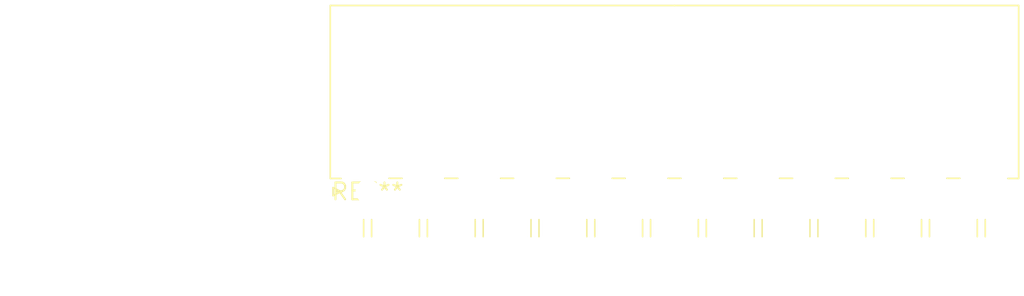
<source format=kicad_pcb>
(kicad_pcb (version 20240108) (generator pcbnew)
  (layers (0 "F.Cu" signal) (31 "B.Cu" signal) (34 "B.Paste" user) (35 "F.Paste" user) (36 "B.SilkS" user "B.Silkscreen") (37 "F.SilkS" user "F.Silkscreen") (38 "B.Mask" user) (39 "F.Mask" user) (44 "Edge.Cuts" user))
  (net 0 "")
  (footprint "Molex_Mini-Fit_Jr_5569-24A2_2x12_P4.20mm_Horizontal" (layer "F.Cu") (at 0 0)
    (property "Reference" "REF**")
    (property "Value" "Molex_Mini-Fit_Jr_5569-24A2_2x12_P4.20mm_Horizontal")
    (fp_line (start -2.81 -14.01) (end 23.1 -14.01) (layer "F.SilkS") (stroke (width 0.12)))
    (fp_line (start -2.81 -0.99) (end -2.81 -14.01) (layer "F.SilkS") (stroke (width 0.12)))
    (fp_line (start -2.6 -0.3) (end -2 0) (layer "F.SilkS") (stroke (width 0.12)))
    (fp_line (start -2.6 0.3) (end -2.6 -0.3) (layer "F.SilkS") (stroke (width 0.12)))
    (fp_line (start -2 -0.99) (end -2.81 -0.99) (layer "F.SilkS") (stroke (width 0.12)))
    (fp_line (start -2 0) (end -2.6 0.3) (layer "F.SilkS") (stroke (width 0.12)))
    (fp_line (start -0.3 2.11) (end -0.3 3.39) (layer "F.SilkS") (stroke (width 0.12)))
    (fp_line (start 0.3 2.11) (end 0.3 3.39) (layer "F.SilkS") (stroke (width 0.12)))
    (fp_line (start 1.61 -1) (end 2.59 -1) (layer "F.SilkS") (stroke (width 0.12)))
    (fp_line (start 3.9 2.11) (end 3.9 3.39) (layer "F.SilkS") (stroke (width 0.12)))
    (fp_line (start 4.5 2.11) (end 4.5 3.39) (layer "F.SilkS") (stroke (width 0.12)))
    (fp_line (start 5.81 -1) (end 6.79 -1) (layer "F.SilkS") (stroke (width 0.12)))
    (fp_line (start 8.1 2.11) (end 8.1 3.39) (layer "F.SilkS") (stroke (width 0.12)))
    (fp_line (start 8.7 2.11) (end 8.7 3.39) (layer "F.SilkS") (stroke (width 0.12)))
    (fp_line (start 10.01 -1) (end 10.99 -1) (layer "F.SilkS") (stroke (width 0.12)))
    (fp_line (start 12.3 2.11) (end 12.3 3.39) (layer "F.SilkS") (stroke (width 0.12)))
    (fp_line (start 12.9 2.11) (end 12.9 3.39) (layer "F.SilkS") (stroke (width 0.12)))
    (fp_line (start 14.21 -1) (end 15.19 -1) (layer "F.SilkS") (stroke (width 0.12)))
    (fp_line (start 16.5 2.11) (end 16.5 3.39) (layer "F.SilkS") (stroke (width 0.12)))
    (fp_line (start 17.1 2.11) (end 17.1 3.39) (layer "F.SilkS") (stroke (width 0.12)))
    (fp_line (start 18.41 -1) (end 19.39 -1) (layer "F.SilkS") (stroke (width 0.12)))
    (fp_line (start 20.7 2.11) (end 20.7 3.39) (layer "F.SilkS") (stroke (width 0.12)))
    (fp_line (start 21.3 2.11) (end 21.3 3.39) (layer "F.SilkS") (stroke (width 0.12)))
    (fp_line (start 22.61 -1) (end 23.59 -1) (layer "F.SilkS") (stroke (width 0.12)))
    (fp_line (start 24.9 2.11) (end 24.9 3.39) (layer "F.SilkS") (stroke (width 0.12)))
    (fp_line (start 25.5 2.11) (end 25.5 3.39) (layer "F.SilkS") (stroke (width 0.12)))
    (fp_line (start 26.81 -1) (end 27.79 -1) (layer "F.SilkS") (stroke (width 0.12)))
    (fp_line (start 29.1 2.11) (end 29.1 3.39) (layer "F.SilkS") (stroke (width 0.12)))
    (fp_line (start 29.7 2.11) (end 29.7 3.39) (layer "F.SilkS") (stroke (width 0.12)))
    (fp_line (start 31.01 -1) (end 31.99 -1) (layer "F.SilkS") (stroke (width 0.12)))
    (fp_line (start 33.3 2.11) (end 33.3 3.39) (layer "F.SilkS") (stroke (width 0.12)))
    (fp_line (start 33.9 2.11) (end 33.9 3.39) (layer "F.SilkS") (stroke (width 0.12)))
    (fp_line (start 35.21 -1) (end 36.19 -1) (layer "F.SilkS") (stroke (width 0.12)))
    (fp_line (start 37.5 2.11) (end 37.5 3.39) (layer "F.SilkS") (stroke (width 0.12)))
    (fp_line (start 38.1 2.11) (end 38.1 3.39) (layer "F.SilkS") (stroke (width 0.12)))
    (fp_line (start 39.41 -1) (end 40.39 -1) (layer "F.SilkS") (stroke (width 0.12)))
    (fp_line (start 41.7 2.11) (end 41.7 3.39) (layer "F.SilkS") (stroke (width 0.12)))
    (fp_line (start 42.3 2.11) (end 42.3 3.39) (layer "F.SilkS") (stroke (width 0.12)))
    (fp_line (start 43.61 -1) (end 44.59 -1) (layer "F.SilkS") (stroke (width 0.12)))
    (fp_line (start 45.9 2.11) (end 45.9 3.39) (layer "F.SilkS") (stroke (width 0.12)))
    (fp_line (start 46.5 2.11) (end 46.5 3.39) (layer "F.SilkS") (stroke (width 0.12)))
    (fp_line (start 48.2 -0.99) (end 49.01 -0.99) (layer "F.SilkS") (stroke (width 0.12)))
    (fp_line (start 49.01 -14.01) (end 23.1 -14.01) (layer "F.SilkS") (stroke (width 0.12)))
    (fp_line (start 49.01 -0.99) (end 49.01 -14.01) (layer "F.SilkS") (stroke (width 0.12)))
    (pad "" np_thru_hole circle (at 0 -7.3) (size 3 3) (drill 3) (layers *.Cu *.Mask))
    (pad "" np_thru_hole circle (at 46.2 -7.3) (size 3 3) (drill 3) (layers *.Cu *.Mask))
    (pad "1" thru_hole roundrect (at 0 0) (size 2.7 3.7) (drill 1.8) (layers *.Cu *.Mask) (remove_unused_layers) (roundrect_rratio 0.092593))
    (pad "2" thru_hole oval (at 4.2 0) (size 2.7 3.7) (drill 1.8) (layers *.Cu *.Mask) (remove_unused_layers))
    (pad "3" thru_hole oval (at 8.4 0) (size 2.7 3.7) (drill 1.8) (layers *.Cu *.Mask) (remove_unused_layers))
    (pad "4" thru_hole oval (at 12.6 0) (size 2.7 3.7) (drill 1.8) (layers *.Cu *.Mask) (remove_unused_layers))
    (pad "5" thru_hole oval (at 16.8 0) (size 2.7 3.7) (drill 1.8) (layers *.Cu *.Mask) (remove_unused_layers))
    (pad "6" thru_hole oval (at 21 0) (size 2.7 3.7) (drill 1.8) (layers *.Cu *.Mask) (remove_unused_layers))
    (pad "7" thru_hole oval (at 25.2 0) (size 2.7 3.7) (drill 1.8) (layers *.Cu *.Mask) (remove_unused_layers))
    (pad "8" thru_hole oval (at 29.4 0) (size 2.7 3.7) (drill 1.8) (layers *.Cu *.Mask) (remove_unused_layers))
    (pad "9" thru_hole oval (at 33.6 0) (size 2.7 3.7) (drill 1.8) (layers *.Cu *.Mask) (remove_unused_layers))
    (pad "10" thru_hole oval (at 37.8 0) (size 2.7 3.7) (drill 1.8) (layers *.Cu *.Mask) (remove_unused_layers))
    (pad "11" thru_hole oval (at 42 0) (size 2.7 3.7) (drill 1.8) (layers *.Cu *.Mask) (remove_unused_layers))
    (pad "12" thru_hole oval (at 46.2 0) (size 2.7 3.7) (drill 1.8) (layers *.Cu *.Mask) (remove_unused_layers))
    (pad "13" thru_hole oval (at 0 5.5) (size 2.7 3.7) (drill 1.8) (layers *.Cu *.Mask) (remove_unused_layers))
    (pad "14" thru_hole oval (at 4.2 5.5) (size 2.7 3.7) (drill 1.8) (layers *.Cu *.Mask) (remove_unused_layers))
    (pad "15" thru_hole oval (at 8.4 5.5) (size 2.7 3.7) (drill 1.8) (layers *.Cu *.Mask) (remove_unused_layers))
    (pad "16" thru_hole oval (at 12.6 5.5) (size 2.7 3.7) (drill 1.8) (layers *.Cu *.Mask) (remove_unused_layers))
    (pad "17" thru_hole oval (at 16.8 5.5) (size 2.7 3.7) (drill 1.8) (layers *.Cu *.Mask) (remove_unused_layers))
    (pad "18" thru_hole oval (at 21 5.5) (size 2.7 3.7) (drill 1.8) (layers *.Cu *.Mask) (remove_unused_layers))
    (pad "19" thru_hole oval (at 25.2 5.5) (size 2.7 3.7) (drill 1.8) (layers *.Cu *.Mask) (remove_unused_layers))
    (pad "20" thru_hole oval (at 29.4 5.5) (size 2.7 3.7) (drill 1.8) (layers *.Cu *.Mask) (remove_unused_layers))
    (pad "21" thru_hole oval (at 33.6 5.5) (size 2.7 3.7) (drill 1.8) (layers *.Cu *.Mask) (remove_unused_layers))
    (pad "22" thru_hole oval (at 37.8 5.5) (size 2.7 3.7) (drill 1.8) (layers *.Cu *.Mask) (remove_unused_layers))
    (pad "23" thru_hole oval (at 42 5.5) (size 2.7 3.7) (drill 1.8) (layers *.Cu *.Mask) (remove_unused_layers))
    (pad "24" thru_hole oval (at 46.2 5.5) (size 2.7 3.7) (drill 1.8) (layers *.Cu *.Mask) (remove_unused_layers))
  )
)
</source>
